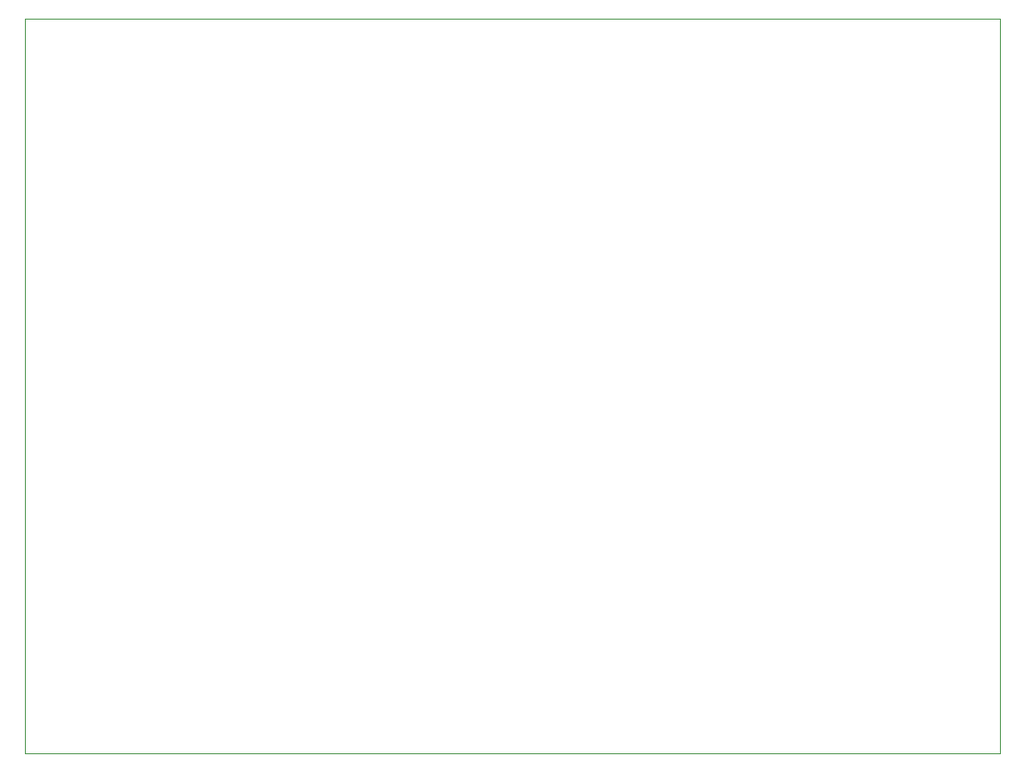
<source format=gm1>
G04 #@! TF.GenerationSoftware,KiCad,Pcbnew,(5.1.5)-3*
G04 #@! TF.CreationDate,2022-03-10T20:17:17-05:00*
G04 #@! TF.ProjectId,wearer,77656172-6572-42e6-9b69-6361645f7063,rev?*
G04 #@! TF.SameCoordinates,Original*
G04 #@! TF.FileFunction,Profile,NP*
%FSLAX46Y46*%
G04 Gerber Fmt 4.6, Leading zero omitted, Abs format (unit mm)*
G04 Created by KiCad (PCBNEW (5.1.5)-3) date 2022-03-10 20:17:17*
%MOMM*%
%LPD*%
G04 APERTURE LIST*
%ADD10C,0.050000*%
G04 APERTURE END LIST*
D10*
X127000000Y-57150000D02*
X127000000Y-127000000D01*
X219710000Y-57150000D02*
X127000000Y-57150000D01*
X219710000Y-127000000D02*
X219710000Y-57150000D01*
X127000000Y-127000000D02*
X219710000Y-127000000D01*
M02*

</source>
